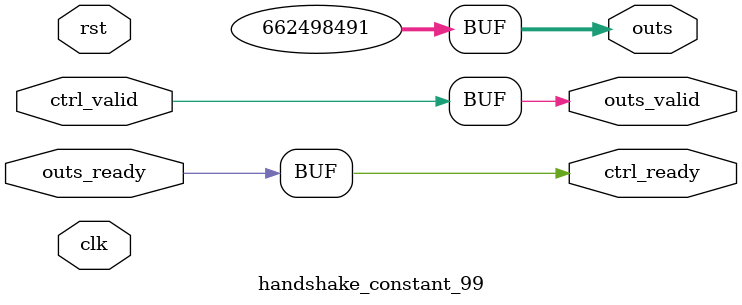
<source format=v>
`timescale 1ns / 1ps
module handshake_constant_99 #(
  parameter DATA_WIDTH = 32  // Default set to 32 bits
) (
  input                       clk,
  input                       rst,
  // Input Channel
  input                       ctrl_valid,
  output                      ctrl_ready,
  // Output Channel
  output [DATA_WIDTH - 1 : 0] outs,
  output                      outs_valid,
  input                       outs_ready
);
  assign outs       = 31'b0100111011111001110110010111011;
  assign outs_valid = ctrl_valid;
  assign ctrl_ready = outs_ready;

endmodule

</source>
